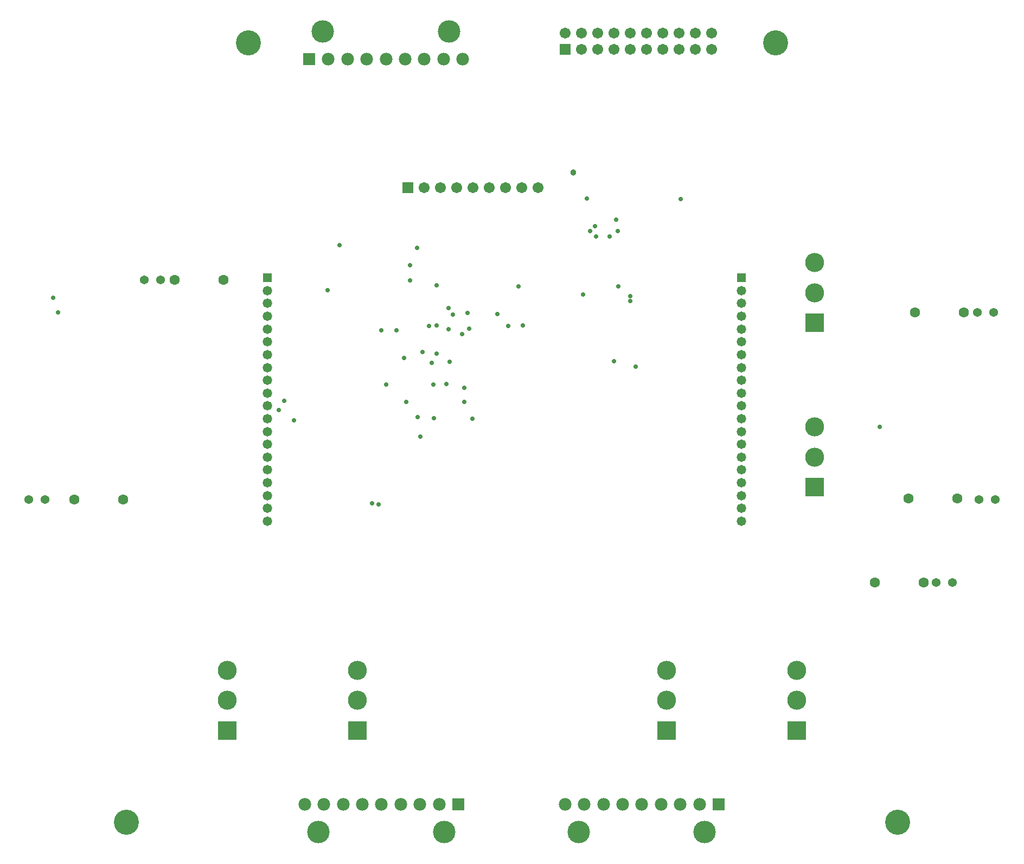
<source format=gbs>
G04*
G04 #@! TF.GenerationSoftware,Altium Limited,Altium Designer,19.1.5 (86)*
G04*
G04 Layer_Color=16711935*
%FSLAX25Y25*%
%MOIN*%
G70*
G01*
G75*
%ADD33C,0.05800*%
%ADD34R,0.05800X0.05800*%
%ADD35C,0.05400*%
%ADD36R,0.07800X0.07800*%
%ADD37C,0.07800*%
%ADD38C,0.13800*%
%ADD39C,0.15400*%
%ADD40R,0.06706X0.06706*%
%ADD41C,0.06706*%
%ADD42C,0.06312*%
%ADD43R,0.11725X0.11725*%
%ADD44C,0.11725*%
%ADD45C,0.02800*%
%ADD46C,0.03800*%
D33*
X111800Y304618D02*
D03*
Y320366D02*
D03*
Y343988D02*
D03*
Y336114D02*
D03*
Y328240D02*
D03*
Y312492D02*
D03*
Y351862D02*
D03*
Y296744D02*
D03*
Y288870D02*
D03*
Y233752D02*
D03*
Y249500D02*
D03*
Y265248D02*
D03*
Y257374D02*
D03*
Y241626D02*
D03*
Y280996D02*
D03*
Y225878D02*
D03*
Y218004D02*
D03*
Y273122D02*
D03*
Y210130D02*
D03*
X403139Y304618D02*
D03*
Y320366D02*
D03*
Y343988D02*
D03*
Y336114D02*
D03*
Y328240D02*
D03*
Y312492D02*
D03*
Y351862D02*
D03*
Y296744D02*
D03*
Y288870D02*
D03*
Y233752D02*
D03*
Y249500D02*
D03*
Y265248D02*
D03*
Y257374D02*
D03*
Y241626D02*
D03*
Y280996D02*
D03*
Y225878D02*
D03*
Y218004D02*
D03*
Y273122D02*
D03*
Y210130D02*
D03*
D34*
X111800Y359736D02*
D03*
X403139D02*
D03*
D35*
X532500Y172500D02*
D03*
X522500D02*
D03*
X559000Y223500D02*
D03*
X549000D02*
D03*
X558000Y338500D02*
D03*
X548000D02*
D03*
X-35000Y223500D02*
D03*
X-25000D02*
D03*
X36059Y358500D02*
D03*
X46059D02*
D03*
D36*
X228950Y36000D02*
D03*
X388950D02*
D03*
X137300Y494000D02*
D03*
D37*
X217150Y36000D02*
D03*
X205350D02*
D03*
X193550D02*
D03*
X181750D02*
D03*
X169950D02*
D03*
X158150D02*
D03*
X146350D02*
D03*
X134550D02*
D03*
X377150D02*
D03*
X365350D02*
D03*
X353550D02*
D03*
X341750D02*
D03*
X329950D02*
D03*
X318150D02*
D03*
X306350D02*
D03*
X294550D02*
D03*
X149100Y494000D02*
D03*
X160900D02*
D03*
X172700D02*
D03*
X184500D02*
D03*
X196300D02*
D03*
X208100D02*
D03*
X219900D02*
D03*
X231700D02*
D03*
D38*
X220450Y19000D02*
D03*
X142850D02*
D03*
X380450D02*
D03*
X302850D02*
D03*
X145800Y511000D02*
D03*
X223400D02*
D03*
D39*
X25000Y25000D02*
D03*
X499000D02*
D03*
X424000Y504000D02*
D03*
X100000D02*
D03*
D40*
X198000Y415000D02*
D03*
X294500Y500000D02*
D03*
D41*
X218000Y415000D02*
D03*
X228000D02*
D03*
X238000D02*
D03*
X248000D02*
D03*
X258000D02*
D03*
X268000D02*
D03*
X278000D02*
D03*
X208000D02*
D03*
X384500Y510000D02*
D03*
X374500D02*
D03*
X364500D02*
D03*
X354500D02*
D03*
X344500D02*
D03*
X334500D02*
D03*
X324500D02*
D03*
X314500D02*
D03*
X304500D02*
D03*
X294500D02*
D03*
X384500Y500000D02*
D03*
X374500D02*
D03*
X364500D02*
D03*
X354500D02*
D03*
X344500D02*
D03*
X334500D02*
D03*
X324500D02*
D03*
X314500D02*
D03*
X304500D02*
D03*
D42*
X84500Y358500D02*
D03*
X54500D02*
D03*
X485000Y172500D02*
D03*
X515000D02*
D03*
X535500Y224000D02*
D03*
X505500D02*
D03*
X-7000Y223500D02*
D03*
X23000D02*
D03*
X509500Y338500D02*
D03*
X539500D02*
D03*
D43*
X87000Y81500D02*
D03*
X167000D02*
D03*
X357000D02*
D03*
X448000Y231000D02*
D03*
Y332000D02*
D03*
X437000Y81500D02*
D03*
D44*
X87000Y100004D02*
D03*
Y118508D02*
D03*
X167000Y100004D02*
D03*
Y118508D02*
D03*
X357000Y100004D02*
D03*
Y118508D02*
D03*
X448000Y249504D02*
D03*
Y268008D02*
D03*
Y369008D02*
D03*
Y350504D02*
D03*
X437000Y100004D02*
D03*
Y118508D02*
D03*
D45*
X128000Y272000D02*
D03*
X122000Y284000D02*
D03*
X118500Y278500D02*
D03*
X488000Y268008D02*
D03*
X-17000Y338500D02*
D03*
X-20000Y347500D02*
D03*
X327000Y388500D02*
D03*
X326000Y395500D02*
D03*
X322000Y385000D02*
D03*
X180000Y220500D02*
D03*
X176000Y221000D02*
D03*
X223000Y328000D02*
D03*
X207000Y314000D02*
D03*
X215500Y355000D02*
D03*
X211000Y330000D02*
D03*
X338000Y305000D02*
D03*
X253000Y337500D02*
D03*
X268500Y330370D02*
D03*
X266000Y354500D02*
D03*
X204000Y274000D02*
D03*
X195500Y310500D02*
D03*
X225500Y337000D02*
D03*
X223000Y341000D02*
D03*
X203500Y378000D02*
D03*
X197000Y283500D02*
D03*
X232500Y292000D02*
D03*
Y283500D02*
D03*
X148500Y352000D02*
D03*
X327378Y354500D02*
D03*
X305505Y349500D02*
D03*
X191000Y327315D02*
D03*
X181500D02*
D03*
X259500Y330185D02*
D03*
X199185Y358000D02*
D03*
Y367500D02*
D03*
X156050Y379950D02*
D03*
X334500Y348500D02*
D03*
Y345500D02*
D03*
X213500Y294000D02*
D03*
X214000Y273500D02*
D03*
X205500Y262000D02*
D03*
X184500Y294000D02*
D03*
X212500Y307500D02*
D03*
X215500Y313000D02*
D03*
X237500Y273000D02*
D03*
X215500Y330500D02*
D03*
X231445Y325055D02*
D03*
X324500Y308500D02*
D03*
X235500Y328500D02*
D03*
X310000Y388500D02*
D03*
X313500Y385000D02*
D03*
X365500Y408000D02*
D03*
X308000Y408500D02*
D03*
X313000Y391500D02*
D03*
X234500Y338000D02*
D03*
X223500Y308000D02*
D03*
X221500Y294500D02*
D03*
D46*
X299500Y424500D02*
D03*
M02*

</source>
